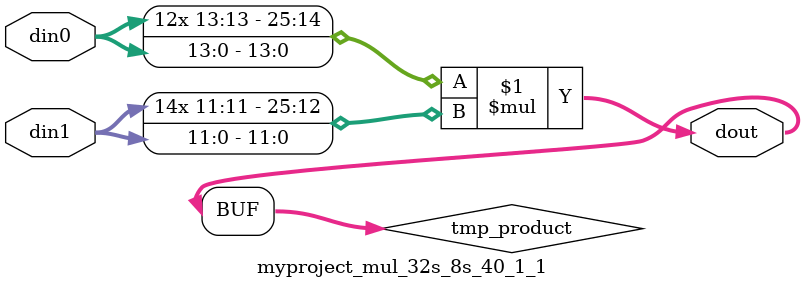
<source format=v>

`timescale 1 ns / 1 ps

  module myproject_mul_32s_8s_40_1_1(din0, din1, dout);
parameter ID = 1;
parameter NUM_STAGE = 0;
parameter din0_WIDTH = 14;
parameter din1_WIDTH = 12;
parameter dout_WIDTH = 26;

input [din0_WIDTH - 1 : 0] din0; 
input [din1_WIDTH - 1 : 0] din1; 
output [dout_WIDTH - 1 : 0] dout;

wire signed [dout_WIDTH - 1 : 0] tmp_product;













assign tmp_product = $signed(din0) * $signed(din1);








assign dout = tmp_product;







endmodule

</source>
